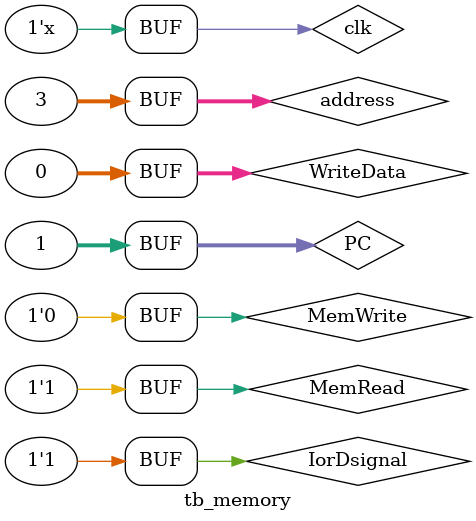
<source format=v>
`timescale 1ns / 1ps


module tb_memory;

	// Inputs
	reg clk;
	reg [31:0] PC;
	reg IorDsignal;
	reg [31:0] address;
	reg MemRead;
	reg MemWrite;
	reg [31:0] WriteData;

	// Outputs
	wire [31:0] out_data;

	// Instantiate the Unit Under Test (UUT)
	InstructionMemory uut (
		.clk(clk), 
		.PC(PC), 
		.out_data(out_data), 
		.IorDsignal(IorDsignal), 
		.address(address), 
		.MemRead(MemRead), 
		.MemWrite(MemWrite), 
		.WriteData(WriteData)
	);

always #5 clk=~clk;
	initial begin
		// Initialize Inputs
		clk = 1;
		
		#5;
		
		PC = 0;
		IorDsignal = 0;
		address = 0;
		MemRead = 1;
		MemWrite = 0;
		WriteData = 0;

		// Wait 100 ns for global reset to finish
		#5;
       
		PC = 1;
		IorDsignal = 1;
		address = 3;
		MemRead = 1;
		MemWrite = 0;
		WriteData = 0;
		 
		 
		// Add stimulus here

	end
      
endmodule


</source>
